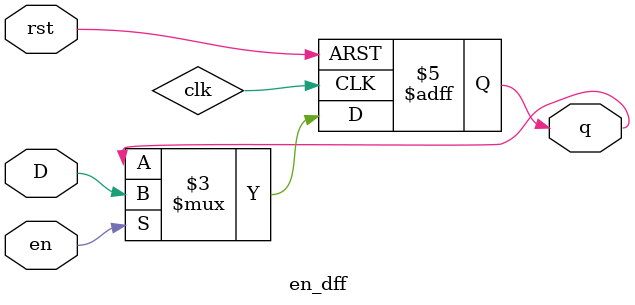
<source format=v>


module en_dff(input en,rst,D,output reg q);

always @(posedge clk or negedge rst)begin
if(!rst)
q <= 1'b0;
else if(en)
q <= D;
end
endmodule

</source>
